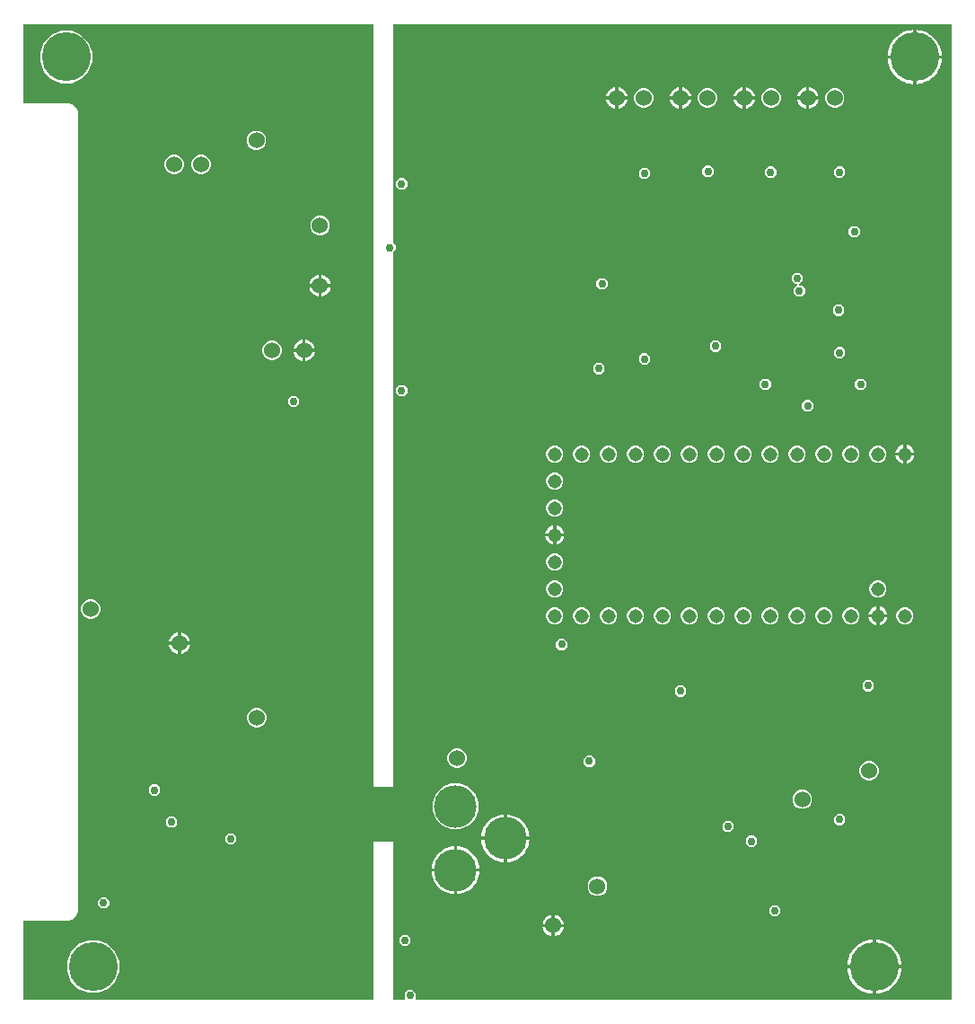
<source format=gbr>
G04 EAGLE Gerber RS-274X export*
G75*
%MOMM*%
%FSLAX34Y34*%
%LPD*%
%INEAGLE Copper Layer 2*%
%IPPOS*%
%AMOC8*
5,1,8,0,0,1.08239X$1,22.5*%
G01*
%ADD10C,4.013200*%
%ADD11C,1.524000*%
%ADD12C,1.308000*%
%ADD13C,4.616000*%
%ADD14C,0.756400*%

G36*
X340020Y10164D02*
X340020Y10164D01*
X340039Y10162D01*
X340141Y10184D01*
X340243Y10200D01*
X340260Y10210D01*
X340280Y10214D01*
X340369Y10267D01*
X340460Y10316D01*
X340474Y10330D01*
X340491Y10340D01*
X340558Y10419D01*
X340630Y10494D01*
X340638Y10512D01*
X340651Y10527D01*
X340690Y10623D01*
X340733Y10717D01*
X340735Y10737D01*
X340743Y10755D01*
X340761Y10922D01*
X340761Y159239D01*
X359239Y159239D01*
X359239Y10922D01*
X359242Y10902D01*
X359240Y10883D01*
X359262Y10781D01*
X359279Y10679D01*
X359288Y10662D01*
X359292Y10642D01*
X359345Y10553D01*
X359394Y10462D01*
X359408Y10448D01*
X359418Y10431D01*
X359497Y10364D01*
X359572Y10292D01*
X359590Y10284D01*
X359605Y10271D01*
X359701Y10232D01*
X359795Y10189D01*
X359815Y10187D01*
X359833Y10179D01*
X360000Y10161D01*
X369439Y10161D01*
X369509Y10172D01*
X369581Y10174D01*
X369630Y10192D01*
X369681Y10200D01*
X369745Y10234D01*
X369812Y10259D01*
X369853Y10291D01*
X369899Y10316D01*
X369948Y10368D01*
X370004Y10412D01*
X370032Y10456D01*
X370068Y10494D01*
X370098Y10559D01*
X370137Y10619D01*
X370150Y10670D01*
X370172Y10717D01*
X370180Y10788D01*
X370197Y10858D01*
X370193Y10910D01*
X370199Y10961D01*
X370184Y11032D01*
X370178Y11103D01*
X370158Y11151D01*
X370147Y11202D01*
X370110Y11263D01*
X370082Y11329D01*
X370037Y11385D01*
X370020Y11413D01*
X370003Y11428D01*
X369977Y11460D01*
X369693Y11744D01*
X369693Y16140D01*
X372802Y19249D01*
X377198Y19249D01*
X380307Y16140D01*
X380307Y11744D01*
X380023Y11460D01*
X379981Y11402D01*
X379932Y11350D01*
X379910Y11303D01*
X379880Y11261D01*
X379858Y11192D01*
X379828Y11127D01*
X379823Y11075D01*
X379807Y11025D01*
X379809Y10954D01*
X379801Y10883D01*
X379812Y10832D01*
X379814Y10780D01*
X379838Y10712D01*
X379853Y10642D01*
X379880Y10597D01*
X379898Y10549D01*
X379943Y10493D01*
X379980Y10431D01*
X380019Y10397D01*
X380052Y10357D01*
X380112Y10318D01*
X380167Y10271D01*
X380215Y10252D01*
X380259Y10224D01*
X380328Y10206D01*
X380395Y10179D01*
X380466Y10171D01*
X380497Y10163D01*
X380520Y10165D01*
X380561Y10161D01*
X885078Y10161D01*
X885098Y10164D01*
X885117Y10162D01*
X885219Y10184D01*
X885321Y10200D01*
X885338Y10210D01*
X885358Y10214D01*
X885447Y10267D01*
X885538Y10316D01*
X885552Y10330D01*
X885569Y10340D01*
X885636Y10419D01*
X885708Y10494D01*
X885716Y10512D01*
X885729Y10527D01*
X885768Y10623D01*
X885811Y10717D01*
X885813Y10737D01*
X885821Y10755D01*
X885839Y10922D01*
X885839Y929078D01*
X885836Y929098D01*
X885838Y929117D01*
X885816Y929219D01*
X885800Y929321D01*
X885790Y929338D01*
X885786Y929358D01*
X885733Y929447D01*
X885684Y929538D01*
X885670Y929552D01*
X885660Y929569D01*
X885581Y929636D01*
X885506Y929708D01*
X885488Y929716D01*
X885473Y929729D01*
X885377Y929768D01*
X885283Y929811D01*
X885263Y929813D01*
X885245Y929821D01*
X885078Y929839D01*
X360000Y929839D01*
X359980Y929836D01*
X359961Y929838D01*
X359859Y929816D01*
X359757Y929800D01*
X359740Y929790D01*
X359720Y929786D01*
X359631Y929733D01*
X359540Y929684D01*
X359526Y929670D01*
X359509Y929660D01*
X359442Y929581D01*
X359371Y929506D01*
X359362Y929488D01*
X359349Y929473D01*
X359310Y929377D01*
X359267Y929283D01*
X359265Y929263D01*
X359257Y929245D01*
X359239Y929078D01*
X359239Y723581D01*
X359254Y723491D01*
X359261Y723400D01*
X359273Y723371D01*
X359279Y723339D01*
X359321Y723258D01*
X359357Y723174D01*
X359383Y723142D01*
X359394Y723121D01*
X359417Y723099D01*
X359462Y723043D01*
X361307Y721198D01*
X361307Y716802D01*
X359462Y714957D01*
X359409Y714883D01*
X359349Y714813D01*
X359337Y714783D01*
X359318Y714757D01*
X359291Y714670D01*
X359257Y714585D01*
X359253Y714544D01*
X359246Y714522D01*
X359247Y714490D01*
X359239Y714419D01*
X359239Y210761D01*
X340761Y210761D01*
X340761Y929078D01*
X340758Y929098D01*
X340760Y929117D01*
X340738Y929219D01*
X340722Y929321D01*
X340712Y929338D01*
X340708Y929358D01*
X340655Y929447D01*
X340606Y929538D01*
X340592Y929552D01*
X340582Y929569D01*
X340503Y929636D01*
X340428Y929708D01*
X340410Y929716D01*
X340395Y929729D01*
X340299Y929768D01*
X340205Y929811D01*
X340185Y929813D01*
X340167Y929821D01*
X340000Y929839D01*
X10922Y929839D01*
X10902Y929836D01*
X10883Y929838D01*
X10781Y929816D01*
X10679Y929800D01*
X10662Y929790D01*
X10642Y929786D01*
X10553Y929733D01*
X10462Y929684D01*
X10448Y929670D01*
X10431Y929660D01*
X10364Y929581D01*
X10292Y929506D01*
X10284Y929488D01*
X10271Y929473D01*
X10232Y929377D01*
X10189Y929283D01*
X10187Y929263D01*
X10179Y929245D01*
X10161Y929078D01*
X10161Y855922D01*
X10164Y855902D01*
X10162Y855883D01*
X10184Y855781D01*
X10200Y855679D01*
X10210Y855662D01*
X10214Y855642D01*
X10267Y855553D01*
X10316Y855462D01*
X10330Y855448D01*
X10340Y855431D01*
X10419Y855364D01*
X10494Y855292D01*
X10512Y855284D01*
X10527Y855271D01*
X10623Y855232D01*
X10717Y855189D01*
X10737Y855187D01*
X10755Y855179D01*
X10922Y855161D01*
X53721Y855161D01*
X57456Y853614D01*
X60314Y850756D01*
X61861Y847021D01*
X61861Y92979D01*
X60314Y89244D01*
X57456Y86386D01*
X53721Y84839D01*
X10922Y84839D01*
X10902Y84836D01*
X10883Y84838D01*
X10781Y84816D01*
X10679Y84800D01*
X10662Y84790D01*
X10642Y84786D01*
X10553Y84733D01*
X10462Y84684D01*
X10448Y84670D01*
X10431Y84660D01*
X10364Y84581D01*
X10292Y84506D01*
X10284Y84488D01*
X10271Y84473D01*
X10232Y84377D01*
X10189Y84283D01*
X10187Y84263D01*
X10179Y84245D01*
X10161Y84078D01*
X10161Y10922D01*
X10164Y10902D01*
X10162Y10883D01*
X10184Y10781D01*
X10200Y10679D01*
X10210Y10662D01*
X10214Y10642D01*
X10267Y10553D01*
X10316Y10462D01*
X10330Y10448D01*
X10340Y10431D01*
X10419Y10364D01*
X10494Y10292D01*
X10512Y10284D01*
X10527Y10271D01*
X10623Y10232D01*
X10717Y10189D01*
X10737Y10187D01*
X10755Y10179D01*
X10922Y10161D01*
X340000Y10161D01*
X340020Y10164D01*
G37*
%LPC*%
G36*
X45906Y873995D02*
X45906Y873995D01*
X36863Y877741D01*
X29941Y884663D01*
X26195Y893706D01*
X26195Y903494D01*
X29941Y912537D01*
X36863Y919459D01*
X45906Y923205D01*
X55694Y923205D01*
X64737Y919459D01*
X71659Y912537D01*
X75405Y903494D01*
X75405Y893706D01*
X71659Y884663D01*
X64737Y877741D01*
X55694Y873995D01*
X45906Y873995D01*
G37*
%LPD*%
%LPC*%
G36*
X71306Y16695D02*
X71306Y16695D01*
X62263Y20441D01*
X55341Y27363D01*
X51595Y36406D01*
X51595Y46194D01*
X55341Y55237D01*
X62263Y62159D01*
X71306Y65905D01*
X81094Y65905D01*
X90137Y62159D01*
X97059Y55237D01*
X100805Y46194D01*
X100805Y36406D01*
X97059Y27363D01*
X90137Y20441D01*
X81094Y16695D01*
X71306Y16695D01*
G37*
%LPD*%
%LPC*%
G36*
X413505Y170609D02*
X413505Y170609D01*
X405570Y173896D01*
X399496Y179970D01*
X396209Y187905D01*
X396209Y196495D01*
X399496Y204430D01*
X405570Y210504D01*
X413505Y213791D01*
X422095Y213791D01*
X430030Y210504D01*
X436104Y204430D01*
X439391Y196495D01*
X439391Y187905D01*
X436104Y179970D01*
X430030Y173896D01*
X422095Y170609D01*
X413505Y170609D01*
G37*
%LPD*%
%LPC*%
G36*
X814323Y42823D02*
X814323Y42823D01*
X814323Y66911D01*
X817099Y66599D01*
X817479Y66512D01*
X819904Y65958D01*
X822620Y65008D01*
X825213Y63759D01*
X827649Y62228D01*
X829899Y60434D01*
X831934Y58399D01*
X833728Y56149D01*
X835259Y53713D01*
X836508Y51120D01*
X837458Y48404D01*
X838099Y45599D01*
X838411Y42823D01*
X814323Y42823D01*
G37*
%LPD*%
%LPC*%
G36*
X852423Y900123D02*
X852423Y900123D01*
X852423Y924211D01*
X855199Y923899D01*
X856159Y923679D01*
X858004Y923258D01*
X860720Y922308D01*
X863313Y921059D01*
X865749Y919528D01*
X867999Y917734D01*
X870034Y915699D01*
X871828Y913449D01*
X873359Y911013D01*
X874608Y908420D01*
X875558Y905704D01*
X876199Y902899D01*
X876511Y900123D01*
X852423Y900123D01*
G37*
%LPD*%
%LPC*%
G36*
X825289Y900123D02*
X825289Y900123D01*
X825601Y902899D01*
X826242Y905704D01*
X827192Y908420D01*
X828441Y911013D01*
X829972Y913449D01*
X831766Y915699D01*
X833801Y917734D01*
X836051Y919528D01*
X838487Y921059D01*
X841080Y922308D01*
X843796Y923258D01*
X846601Y923899D01*
X849377Y924211D01*
X849377Y900123D01*
X825289Y900123D01*
G37*
%LPD*%
%LPC*%
G36*
X852423Y897077D02*
X852423Y897077D01*
X876511Y897077D01*
X876199Y894301D01*
X875558Y891496D01*
X874608Y888780D01*
X873359Y886187D01*
X871828Y883751D01*
X870034Y881501D01*
X867999Y879466D01*
X865749Y877672D01*
X863313Y876141D01*
X860720Y874892D01*
X858004Y873942D01*
X855199Y873301D01*
X852423Y872989D01*
X852423Y897077D01*
G37*
%LPD*%
%LPC*%
G36*
X814323Y39777D02*
X814323Y39777D01*
X838411Y39777D01*
X838099Y37001D01*
X837458Y34196D01*
X836508Y31480D01*
X835259Y28887D01*
X833728Y26451D01*
X831934Y24201D01*
X829899Y22166D01*
X827649Y20372D01*
X825213Y18841D01*
X822620Y17592D01*
X819904Y16642D01*
X817099Y16001D01*
X814323Y15689D01*
X814323Y39777D01*
G37*
%LPD*%
%LPC*%
G36*
X787189Y42823D02*
X787189Y42823D01*
X787501Y45599D01*
X788142Y48404D01*
X789092Y51120D01*
X790341Y53713D01*
X791872Y56149D01*
X793666Y58399D01*
X795701Y60434D01*
X797951Y62228D01*
X800387Y63759D01*
X802980Y65008D01*
X805696Y65958D01*
X808501Y66599D01*
X811277Y66911D01*
X811277Y42823D01*
X787189Y42823D01*
G37*
%LPD*%
%LPC*%
G36*
X846601Y873301D02*
X846601Y873301D01*
X846171Y873400D01*
X843796Y873942D01*
X841080Y874892D01*
X838487Y876141D01*
X836051Y877672D01*
X833801Y879466D01*
X831766Y881501D01*
X829972Y883751D01*
X828441Y886187D01*
X827192Y888780D01*
X826242Y891496D01*
X825601Y894301D01*
X825289Y897077D01*
X849377Y897077D01*
X849377Y872989D01*
X846601Y873301D01*
G37*
%LPD*%
%LPC*%
G36*
X808501Y16001D02*
X808501Y16001D01*
X807491Y16232D01*
X807490Y16232D01*
X805696Y16642D01*
X802980Y17592D01*
X800387Y18841D01*
X797951Y20372D01*
X795701Y22166D01*
X793666Y24201D01*
X791872Y26451D01*
X790341Y28887D01*
X789092Y31480D01*
X788142Y34196D01*
X787501Y37001D01*
X787189Y39777D01*
X811277Y39777D01*
X811277Y15689D01*
X808501Y16001D01*
G37*
%LPD*%
%LPC*%
G36*
X466323Y163723D02*
X466323Y163723D01*
X466323Y184778D01*
X468593Y184522D01*
X468667Y184505D01*
X471068Y183957D01*
X473465Y183119D01*
X475753Y182017D01*
X477903Y180666D01*
X479888Y179083D01*
X481683Y177288D01*
X483266Y175303D01*
X484617Y173153D01*
X485719Y170865D01*
X486557Y168468D01*
X487122Y165993D01*
X487378Y163723D01*
X466323Y163723D01*
G37*
%LPD*%
%LPC*%
G36*
X419323Y133723D02*
X419323Y133723D01*
X419323Y154778D01*
X421593Y154522D01*
X423639Y154055D01*
X424068Y153957D01*
X426465Y153119D01*
X428753Y152017D01*
X430903Y150666D01*
X432888Y149083D01*
X434683Y147288D01*
X436266Y145303D01*
X437617Y143153D01*
X438719Y140865D01*
X439557Y138468D01*
X440122Y135993D01*
X440378Y133723D01*
X419323Y133723D01*
G37*
%LPD*%
%LPC*%
G36*
X442222Y163723D02*
X442222Y163723D01*
X442478Y165993D01*
X443043Y168468D01*
X443881Y170865D01*
X444983Y173153D01*
X446334Y175303D01*
X447917Y177288D01*
X449712Y179083D01*
X451697Y180666D01*
X453847Y182017D01*
X456135Y183119D01*
X458532Y183957D01*
X461007Y184522D01*
X463277Y184778D01*
X463277Y163723D01*
X442222Y163723D01*
G37*
%LPD*%
%LPC*%
G36*
X395222Y133723D02*
X395222Y133723D01*
X395478Y135993D01*
X396043Y138468D01*
X396881Y140865D01*
X397983Y143153D01*
X399334Y145303D01*
X400917Y147288D01*
X402712Y149083D01*
X404697Y150666D01*
X406847Y152017D01*
X409135Y153119D01*
X411532Y153957D01*
X414007Y154522D01*
X416277Y154778D01*
X416277Y133723D01*
X395222Y133723D01*
G37*
%LPD*%
%LPC*%
G36*
X419323Y130677D02*
X419323Y130677D01*
X440378Y130677D01*
X440122Y128407D01*
X439557Y125932D01*
X438719Y123535D01*
X437617Y121247D01*
X436266Y119097D01*
X434683Y117112D01*
X432888Y115317D01*
X430903Y113734D01*
X428753Y112383D01*
X426465Y111281D01*
X424068Y110443D01*
X421593Y109878D01*
X419323Y109622D01*
X419323Y130677D01*
G37*
%LPD*%
%LPC*%
G36*
X466323Y160677D02*
X466323Y160677D01*
X487378Y160677D01*
X487122Y158407D01*
X486557Y155932D01*
X485719Y153535D01*
X484617Y151247D01*
X483266Y149097D01*
X481683Y147112D01*
X479888Y145317D01*
X477903Y143734D01*
X475753Y142383D01*
X473465Y141281D01*
X471068Y140443D01*
X468593Y139878D01*
X466323Y139622D01*
X466323Y160677D01*
G37*
%LPD*%
%LPC*%
G36*
X461007Y139878D02*
X461007Y139878D01*
X459086Y140316D01*
X458532Y140443D01*
X456135Y141281D01*
X453847Y142383D01*
X451697Y143734D01*
X449712Y145317D01*
X447917Y147112D01*
X446334Y149097D01*
X444983Y151247D01*
X443881Y153535D01*
X443043Y155932D01*
X442478Y158407D01*
X442222Y160677D01*
X463277Y160677D01*
X463277Y139622D01*
X461007Y139878D01*
G37*
%LPD*%
%LPC*%
G36*
X414007Y109878D02*
X414007Y109878D01*
X411532Y110443D01*
X409135Y111281D01*
X406847Y112383D01*
X404697Y113734D01*
X402712Y115317D01*
X400917Y117112D01*
X399334Y119097D01*
X397983Y121247D01*
X396881Y123535D01*
X396043Y125932D01*
X395478Y128407D01*
X395222Y130677D01*
X416277Y130677D01*
X416277Y109622D01*
X414007Y109878D01*
G37*
%LPD*%
%LPC*%
G36*
X243181Y612855D02*
X243181Y612855D01*
X239820Y614247D01*
X237247Y616820D01*
X235855Y620181D01*
X235855Y623819D01*
X237247Y627180D01*
X239820Y629753D01*
X243181Y631145D01*
X246819Y631145D01*
X250180Y629753D01*
X252753Y627180D01*
X254145Y623819D01*
X254145Y620181D01*
X252753Y616820D01*
X250180Y614247D01*
X246819Y612855D01*
X243181Y612855D01*
G37*
%LPD*%
%LPC*%
G36*
X71781Y368955D02*
X71781Y368955D01*
X68420Y370347D01*
X65847Y372920D01*
X64455Y376281D01*
X64455Y379919D01*
X65847Y383280D01*
X68420Y385853D01*
X71781Y387245D01*
X75419Y387245D01*
X78780Y385853D01*
X81353Y383280D01*
X82745Y379919D01*
X82745Y376281D01*
X81353Y372920D01*
X78780Y370347D01*
X75419Y368955D01*
X71781Y368955D01*
G37*
%LPD*%
%LPC*%
G36*
X549881Y107955D02*
X549881Y107955D01*
X546520Y109347D01*
X543947Y111920D01*
X542555Y115281D01*
X542555Y118919D01*
X543947Y122280D01*
X546520Y124853D01*
X549881Y126245D01*
X553519Y126245D01*
X556880Y124853D01*
X559453Y122280D01*
X560845Y118919D01*
X560845Y115281D01*
X559453Y111920D01*
X556880Y109347D01*
X553519Y107955D01*
X549881Y107955D01*
G37*
%LPD*%
%LPC*%
G36*
X288181Y730855D02*
X288181Y730855D01*
X284820Y732247D01*
X282247Y734820D01*
X280855Y738181D01*
X280855Y741819D01*
X282247Y745180D01*
X284820Y747753D01*
X288181Y749145D01*
X291819Y749145D01*
X295180Y747753D01*
X297753Y745180D01*
X299145Y741819D01*
X299145Y738181D01*
X297753Y734820D01*
X295180Y732247D01*
X291819Y730855D01*
X288181Y730855D01*
G37*
%LPD*%
%LPC*%
G36*
X175881Y788155D02*
X175881Y788155D01*
X172520Y789547D01*
X169947Y792120D01*
X168555Y795481D01*
X168555Y799119D01*
X169947Y802480D01*
X172520Y805053D01*
X175881Y806445D01*
X179519Y806445D01*
X182880Y805053D01*
X185453Y802480D01*
X186845Y799119D01*
X186845Y795481D01*
X185453Y792120D01*
X182880Y789547D01*
X179519Y788155D01*
X175881Y788155D01*
G37*
%LPD*%
%LPC*%
G36*
X150481Y788155D02*
X150481Y788155D01*
X147120Y789547D01*
X144547Y792120D01*
X143155Y795481D01*
X143155Y799119D01*
X144547Y802480D01*
X147120Y805053D01*
X150481Y806445D01*
X154119Y806445D01*
X157480Y805053D01*
X160053Y802480D01*
X161445Y799119D01*
X161445Y795481D01*
X160053Y792120D01*
X157480Y789547D01*
X154119Y788155D01*
X150481Y788155D01*
G37*
%LPD*%
%LPC*%
G36*
X228181Y810855D02*
X228181Y810855D01*
X224820Y812247D01*
X222247Y814820D01*
X220855Y818181D01*
X220855Y821819D01*
X222247Y825180D01*
X224820Y827753D01*
X228181Y829145D01*
X231819Y829145D01*
X235180Y827753D01*
X237753Y825180D01*
X239145Y821819D01*
X239145Y818181D01*
X237753Y814820D01*
X235180Y812247D01*
X231819Y810855D01*
X228181Y810855D01*
G37*
%LPD*%
%LPC*%
G36*
X713581Y850855D02*
X713581Y850855D01*
X710220Y852247D01*
X707647Y854820D01*
X706255Y858181D01*
X706255Y861819D01*
X707647Y865180D01*
X710220Y867753D01*
X713581Y869145D01*
X717219Y869145D01*
X720580Y867753D01*
X723153Y865180D01*
X724545Y861819D01*
X724545Y858181D01*
X723153Y854820D01*
X720580Y852247D01*
X717219Y850855D01*
X713581Y850855D01*
G37*
%LPD*%
%LPC*%
G36*
X653581Y850855D02*
X653581Y850855D01*
X650220Y852247D01*
X647647Y854820D01*
X646255Y858181D01*
X646255Y861819D01*
X647647Y865180D01*
X650220Y867753D01*
X653581Y869145D01*
X657219Y869145D01*
X660580Y867753D01*
X663153Y865180D01*
X664545Y861819D01*
X664545Y858181D01*
X663153Y854820D01*
X660580Y852247D01*
X657219Y850855D01*
X653581Y850855D01*
G37*
%LPD*%
%LPC*%
G36*
X593581Y850855D02*
X593581Y850855D01*
X590220Y852247D01*
X587647Y854820D01*
X586255Y858181D01*
X586255Y861819D01*
X587647Y865180D01*
X590220Y867753D01*
X593581Y869145D01*
X597219Y869145D01*
X600580Y867753D01*
X603153Y865180D01*
X604545Y861819D01*
X604545Y858181D01*
X603153Y854820D01*
X600580Y852247D01*
X597219Y850855D01*
X593581Y850855D01*
G37*
%LPD*%
%LPC*%
G36*
X228681Y266955D02*
X228681Y266955D01*
X225320Y268347D01*
X222747Y270920D01*
X221355Y274281D01*
X221355Y277919D01*
X222747Y281280D01*
X225320Y283853D01*
X228681Y285245D01*
X232319Y285245D01*
X235680Y283853D01*
X238253Y281280D01*
X239645Y277919D01*
X239645Y274281D01*
X238253Y270920D01*
X235680Y268347D01*
X232319Y266955D01*
X228681Y266955D01*
G37*
%LPD*%
%LPC*%
G36*
X417181Y228855D02*
X417181Y228855D01*
X413820Y230247D01*
X411247Y232820D01*
X409855Y236181D01*
X409855Y239819D01*
X411247Y243180D01*
X413820Y245753D01*
X417181Y247145D01*
X420819Y247145D01*
X424180Y245753D01*
X426753Y243180D01*
X428145Y239819D01*
X428145Y236181D01*
X426753Y232820D01*
X424180Y230247D01*
X420819Y228855D01*
X417181Y228855D01*
G37*
%LPD*%
%LPC*%
G36*
X773581Y850855D02*
X773581Y850855D01*
X770220Y852247D01*
X767647Y854820D01*
X766255Y858181D01*
X766255Y861819D01*
X767647Y865180D01*
X770220Y867753D01*
X773581Y869145D01*
X777219Y869145D01*
X780580Y867753D01*
X783153Y865180D01*
X784545Y861819D01*
X784545Y858181D01*
X783153Y854820D01*
X780580Y852247D01*
X777219Y850855D01*
X773581Y850855D01*
G37*
%LPD*%
%LPC*%
G36*
X806081Y216955D02*
X806081Y216955D01*
X802720Y218347D01*
X800147Y220920D01*
X798755Y224281D01*
X798755Y227919D01*
X800147Y231280D01*
X802720Y233853D01*
X806081Y235245D01*
X809719Y235245D01*
X813080Y233853D01*
X815653Y231280D01*
X817045Y227919D01*
X817045Y224281D01*
X815653Y220920D01*
X813080Y218347D01*
X809719Y216955D01*
X806081Y216955D01*
G37*
%LPD*%
%LPC*%
G36*
X742981Y189955D02*
X742981Y189955D01*
X739620Y191347D01*
X737047Y193920D01*
X735655Y197281D01*
X735655Y200919D01*
X737047Y204280D01*
X739620Y206853D01*
X742981Y208245D01*
X746619Y208245D01*
X749980Y206853D01*
X752553Y204280D01*
X753945Y200919D01*
X753945Y197281D01*
X752553Y193920D01*
X749980Y191347D01*
X746619Y189955D01*
X742981Y189955D01*
G37*
%LPD*%
%LPC*%
G36*
X509796Y490835D02*
X509796Y490835D01*
X506832Y492063D01*
X504563Y494332D01*
X503335Y497296D01*
X503335Y500504D01*
X504563Y503468D01*
X506832Y505737D01*
X509796Y506965D01*
X513004Y506965D01*
X515968Y505737D01*
X518237Y503468D01*
X519465Y500504D01*
X519465Y497296D01*
X518237Y494332D01*
X515968Y492063D01*
X513004Y490835D01*
X509796Y490835D01*
G37*
%LPD*%
%LPC*%
G36*
X738396Y516235D02*
X738396Y516235D01*
X735432Y517463D01*
X733163Y519732D01*
X731935Y522696D01*
X731935Y525904D01*
X733163Y528868D01*
X735432Y531137D01*
X738396Y532365D01*
X741604Y532365D01*
X744568Y531137D01*
X746837Y528868D01*
X748065Y525904D01*
X748065Y522696D01*
X746837Y519732D01*
X744568Y517463D01*
X741604Y516235D01*
X738396Y516235D01*
G37*
%LPD*%
%LPC*%
G36*
X509796Y389235D02*
X509796Y389235D01*
X506832Y390463D01*
X504563Y392732D01*
X503335Y395696D01*
X503335Y398904D01*
X504563Y401868D01*
X506832Y404137D01*
X509796Y405365D01*
X513004Y405365D01*
X515968Y404137D01*
X518237Y401868D01*
X519465Y398904D01*
X519465Y395696D01*
X518237Y392732D01*
X515968Y390463D01*
X513004Y389235D01*
X509796Y389235D01*
G37*
%LPD*%
%LPC*%
G36*
X814596Y389235D02*
X814596Y389235D01*
X811632Y390463D01*
X809363Y392732D01*
X808135Y395696D01*
X808135Y398904D01*
X809363Y401868D01*
X811632Y404137D01*
X814596Y405365D01*
X817804Y405365D01*
X820768Y404137D01*
X823037Y401868D01*
X824265Y398904D01*
X824265Y395696D01*
X823037Y392732D01*
X820768Y390463D01*
X817804Y389235D01*
X814596Y389235D01*
G37*
%LPD*%
%LPC*%
G36*
X509796Y414635D02*
X509796Y414635D01*
X506832Y415863D01*
X504563Y418132D01*
X503335Y421096D01*
X503335Y424304D01*
X504563Y427268D01*
X506832Y429537D01*
X509796Y430765D01*
X513004Y430765D01*
X515968Y429537D01*
X518237Y427268D01*
X519465Y424304D01*
X519465Y421096D01*
X518237Y418132D01*
X515968Y415863D01*
X513004Y414635D01*
X509796Y414635D01*
G37*
%LPD*%
%LPC*%
G36*
X636796Y516235D02*
X636796Y516235D01*
X633832Y517463D01*
X631563Y519732D01*
X630335Y522696D01*
X630335Y525904D01*
X631563Y528868D01*
X633832Y531137D01*
X636796Y532365D01*
X640004Y532365D01*
X642968Y531137D01*
X645237Y528868D01*
X646465Y525904D01*
X646465Y522696D01*
X645237Y519732D01*
X642968Y517463D01*
X640004Y516235D01*
X636796Y516235D01*
G37*
%LPD*%
%LPC*%
G36*
X662196Y516235D02*
X662196Y516235D01*
X659232Y517463D01*
X656963Y519732D01*
X655735Y522696D01*
X655735Y525904D01*
X656963Y528868D01*
X659232Y531137D01*
X662196Y532365D01*
X665404Y532365D01*
X668368Y531137D01*
X670637Y528868D01*
X671865Y525904D01*
X671865Y522696D01*
X670637Y519732D01*
X668368Y517463D01*
X665404Y516235D01*
X662196Y516235D01*
G37*
%LPD*%
%LPC*%
G36*
X509796Y465435D02*
X509796Y465435D01*
X506832Y466663D01*
X504563Y468932D01*
X503335Y471896D01*
X503335Y475104D01*
X504563Y478068D01*
X506832Y480337D01*
X509796Y481565D01*
X513004Y481565D01*
X515968Y480337D01*
X518237Y478068D01*
X519465Y475104D01*
X519465Y471896D01*
X518237Y468932D01*
X515968Y466663D01*
X513004Y465435D01*
X509796Y465435D01*
G37*
%LPD*%
%LPC*%
G36*
X611396Y516235D02*
X611396Y516235D01*
X608432Y517463D01*
X606163Y519732D01*
X604935Y522696D01*
X604935Y525904D01*
X606163Y528868D01*
X608432Y531137D01*
X611396Y532365D01*
X614604Y532365D01*
X617568Y531137D01*
X619837Y528868D01*
X621065Y525904D01*
X621065Y522696D01*
X619837Y519732D01*
X617568Y517463D01*
X614604Y516235D01*
X611396Y516235D01*
G37*
%LPD*%
%LPC*%
G36*
X789196Y516235D02*
X789196Y516235D01*
X786232Y517463D01*
X783963Y519732D01*
X782735Y522696D01*
X782735Y525904D01*
X783963Y528868D01*
X786232Y531137D01*
X789196Y532365D01*
X792404Y532365D01*
X795368Y531137D01*
X797637Y528868D01*
X798865Y525904D01*
X798865Y522696D01*
X797637Y519732D01*
X795368Y517463D01*
X792404Y516235D01*
X789196Y516235D01*
G37*
%LPD*%
%LPC*%
G36*
X814596Y516235D02*
X814596Y516235D01*
X811632Y517463D01*
X809363Y519732D01*
X808135Y522696D01*
X808135Y525904D01*
X809363Y528868D01*
X811632Y531137D01*
X814596Y532365D01*
X817804Y532365D01*
X820768Y531137D01*
X823037Y528868D01*
X824265Y525904D01*
X824265Y522696D01*
X823037Y519732D01*
X820768Y517463D01*
X817804Y516235D01*
X814596Y516235D01*
G37*
%LPD*%
%LPC*%
G36*
X763796Y516235D02*
X763796Y516235D01*
X760832Y517463D01*
X758563Y519732D01*
X757335Y522696D01*
X757335Y525904D01*
X758563Y528868D01*
X760832Y531137D01*
X763796Y532365D01*
X767004Y532365D01*
X769968Y531137D01*
X772237Y528868D01*
X773465Y525904D01*
X773465Y522696D01*
X772237Y519732D01*
X769968Y517463D01*
X767004Y516235D01*
X763796Y516235D01*
G37*
%LPD*%
%LPC*%
G36*
X687596Y516235D02*
X687596Y516235D01*
X684632Y517463D01*
X682363Y519732D01*
X681135Y522696D01*
X681135Y525904D01*
X682363Y528868D01*
X684632Y531137D01*
X687596Y532365D01*
X690804Y532365D01*
X693768Y531137D01*
X696037Y528868D01*
X697265Y525904D01*
X697265Y522696D01*
X696037Y519732D01*
X693768Y517463D01*
X690804Y516235D01*
X687596Y516235D01*
G37*
%LPD*%
%LPC*%
G36*
X509796Y516235D02*
X509796Y516235D01*
X506832Y517463D01*
X504563Y519732D01*
X503335Y522696D01*
X503335Y525904D01*
X504563Y528868D01*
X506832Y531137D01*
X509796Y532365D01*
X513004Y532365D01*
X515968Y531137D01*
X518237Y528868D01*
X519465Y525904D01*
X519465Y522696D01*
X518237Y519732D01*
X515968Y517463D01*
X513004Y516235D01*
X509796Y516235D01*
G37*
%LPD*%
%LPC*%
G36*
X712996Y516235D02*
X712996Y516235D01*
X710032Y517463D01*
X707763Y519732D01*
X706535Y522696D01*
X706535Y525904D01*
X707763Y528868D01*
X710032Y531137D01*
X712996Y532365D01*
X716204Y532365D01*
X719168Y531137D01*
X721437Y528868D01*
X722665Y525904D01*
X722665Y522696D01*
X721437Y519732D01*
X719168Y517463D01*
X716204Y516235D01*
X712996Y516235D01*
G37*
%LPD*%
%LPC*%
G36*
X535196Y516235D02*
X535196Y516235D01*
X532232Y517463D01*
X529963Y519732D01*
X528735Y522696D01*
X528735Y525904D01*
X529963Y528868D01*
X532232Y531137D01*
X535196Y532365D01*
X538404Y532365D01*
X541368Y531137D01*
X543637Y528868D01*
X544865Y525904D01*
X544865Y522696D01*
X543637Y519732D01*
X541368Y517463D01*
X538404Y516235D01*
X535196Y516235D01*
G37*
%LPD*%
%LPC*%
G36*
X560596Y516235D02*
X560596Y516235D01*
X557632Y517463D01*
X555363Y519732D01*
X554135Y522696D01*
X554135Y525904D01*
X555363Y528868D01*
X557632Y531137D01*
X560596Y532365D01*
X563804Y532365D01*
X566768Y531137D01*
X569037Y528868D01*
X570265Y525904D01*
X570265Y522696D01*
X569037Y519732D01*
X566768Y517463D01*
X563804Y516235D01*
X560596Y516235D01*
G37*
%LPD*%
%LPC*%
G36*
X585996Y516235D02*
X585996Y516235D01*
X583032Y517463D01*
X580763Y519732D01*
X579535Y522696D01*
X579535Y525904D01*
X580763Y528868D01*
X583032Y531137D01*
X585996Y532365D01*
X589204Y532365D01*
X592168Y531137D01*
X594437Y528868D01*
X595665Y525904D01*
X595665Y522696D01*
X594437Y519732D01*
X592168Y517463D01*
X589204Y516235D01*
X585996Y516235D01*
G37*
%LPD*%
%LPC*%
G36*
X509796Y363835D02*
X509796Y363835D01*
X506832Y365063D01*
X504563Y367332D01*
X503335Y370296D01*
X503335Y373504D01*
X504563Y376468D01*
X506832Y378737D01*
X509796Y379965D01*
X513004Y379965D01*
X515968Y378737D01*
X518237Y376468D01*
X519465Y373504D01*
X519465Y370296D01*
X518237Y367332D01*
X515968Y365063D01*
X513004Y363835D01*
X509796Y363835D01*
G37*
%LPD*%
%LPC*%
G36*
X585996Y363835D02*
X585996Y363835D01*
X583032Y365063D01*
X580763Y367332D01*
X579535Y370296D01*
X579535Y373504D01*
X580763Y376468D01*
X583032Y378737D01*
X585996Y379965D01*
X589204Y379965D01*
X592168Y378737D01*
X594437Y376468D01*
X595665Y373504D01*
X595665Y370296D01*
X594437Y367332D01*
X592168Y365063D01*
X589204Y363835D01*
X585996Y363835D01*
G37*
%LPD*%
%LPC*%
G36*
X636796Y363835D02*
X636796Y363835D01*
X633832Y365063D01*
X631563Y367332D01*
X630335Y370296D01*
X630335Y373504D01*
X631563Y376468D01*
X633832Y378737D01*
X636796Y379965D01*
X640004Y379965D01*
X642968Y378737D01*
X645237Y376468D01*
X646465Y373504D01*
X646465Y370296D01*
X645237Y367332D01*
X642968Y365063D01*
X640004Y363835D01*
X636796Y363835D01*
G37*
%LPD*%
%LPC*%
G36*
X662196Y363835D02*
X662196Y363835D01*
X659232Y365063D01*
X656963Y367332D01*
X655735Y370296D01*
X655735Y373504D01*
X656963Y376468D01*
X659232Y378737D01*
X662196Y379965D01*
X665404Y379965D01*
X668368Y378737D01*
X670637Y376468D01*
X671865Y373504D01*
X671865Y370296D01*
X670637Y367332D01*
X668368Y365063D01*
X665404Y363835D01*
X662196Y363835D01*
G37*
%LPD*%
%LPC*%
G36*
X687596Y363835D02*
X687596Y363835D01*
X684632Y365063D01*
X682363Y367332D01*
X681135Y370296D01*
X681135Y373504D01*
X682363Y376468D01*
X684632Y378737D01*
X687596Y379965D01*
X690804Y379965D01*
X693768Y378737D01*
X696037Y376468D01*
X697265Y373504D01*
X697265Y370296D01*
X696037Y367332D01*
X693768Y365063D01*
X690804Y363835D01*
X687596Y363835D01*
G37*
%LPD*%
%LPC*%
G36*
X712996Y363835D02*
X712996Y363835D01*
X710032Y365063D01*
X707763Y367332D01*
X706535Y370296D01*
X706535Y373504D01*
X707763Y376468D01*
X710032Y378737D01*
X712996Y379965D01*
X716204Y379965D01*
X719168Y378737D01*
X721437Y376468D01*
X722665Y373504D01*
X722665Y370296D01*
X721437Y367332D01*
X719168Y365063D01*
X716204Y363835D01*
X712996Y363835D01*
G37*
%LPD*%
%LPC*%
G36*
X560596Y363835D02*
X560596Y363835D01*
X557632Y365063D01*
X555363Y367332D01*
X554135Y370296D01*
X554135Y373504D01*
X555363Y376468D01*
X557632Y378737D01*
X560596Y379965D01*
X563804Y379965D01*
X566768Y378737D01*
X569037Y376468D01*
X570265Y373504D01*
X570265Y370296D01*
X569037Y367332D01*
X566768Y365063D01*
X563804Y363835D01*
X560596Y363835D01*
G37*
%LPD*%
%LPC*%
G36*
X763796Y363835D02*
X763796Y363835D01*
X760832Y365063D01*
X758563Y367332D01*
X757335Y370296D01*
X757335Y373504D01*
X758563Y376468D01*
X760832Y378737D01*
X763796Y379965D01*
X767004Y379965D01*
X769968Y378737D01*
X772237Y376468D01*
X773465Y373504D01*
X773465Y370296D01*
X772237Y367332D01*
X769968Y365063D01*
X767004Y363835D01*
X763796Y363835D01*
G37*
%LPD*%
%LPC*%
G36*
X789196Y363835D02*
X789196Y363835D01*
X786232Y365063D01*
X783963Y367332D01*
X782735Y370296D01*
X782735Y373504D01*
X783963Y376468D01*
X786232Y378737D01*
X789196Y379965D01*
X792404Y379965D01*
X795368Y378737D01*
X797637Y376468D01*
X798865Y373504D01*
X798865Y370296D01*
X797637Y367332D01*
X795368Y365063D01*
X792404Y363835D01*
X789196Y363835D01*
G37*
%LPD*%
%LPC*%
G36*
X611396Y363835D02*
X611396Y363835D01*
X608432Y365063D01*
X606163Y367332D01*
X604935Y370296D01*
X604935Y373504D01*
X606163Y376468D01*
X608432Y378737D01*
X611396Y379965D01*
X614604Y379965D01*
X617568Y378737D01*
X619837Y376468D01*
X621065Y373504D01*
X621065Y370296D01*
X619837Y367332D01*
X617568Y365063D01*
X614604Y363835D01*
X611396Y363835D01*
G37*
%LPD*%
%LPC*%
G36*
X839996Y363835D02*
X839996Y363835D01*
X837032Y365063D01*
X834763Y367332D01*
X833535Y370296D01*
X833535Y373504D01*
X834763Y376468D01*
X837032Y378737D01*
X839996Y379965D01*
X843204Y379965D01*
X846168Y378737D01*
X848437Y376468D01*
X849665Y373504D01*
X849665Y370296D01*
X848437Y367332D01*
X846168Y365063D01*
X843204Y363835D01*
X839996Y363835D01*
G37*
%LPD*%
%LPC*%
G36*
X535196Y363835D02*
X535196Y363835D01*
X532232Y365063D01*
X529963Y367332D01*
X528735Y370296D01*
X528735Y373504D01*
X529963Y376468D01*
X532232Y378737D01*
X535196Y379965D01*
X538404Y379965D01*
X541368Y378737D01*
X543637Y376468D01*
X544865Y373504D01*
X544865Y370296D01*
X543637Y367332D01*
X541368Y365063D01*
X538404Y363835D01*
X535196Y363835D01*
G37*
%LPD*%
%LPC*%
G36*
X738396Y363835D02*
X738396Y363835D01*
X735432Y365063D01*
X733163Y367332D01*
X731935Y370296D01*
X731935Y373504D01*
X733163Y376468D01*
X735432Y378737D01*
X738396Y379965D01*
X741604Y379965D01*
X744568Y378737D01*
X746837Y376468D01*
X748065Y373504D01*
X748065Y370296D01*
X746837Y367332D01*
X744568Y365063D01*
X741604Y363835D01*
X738396Y363835D01*
G37*
%LPD*%
%LPC*%
G36*
X739802Y672693D02*
X739802Y672693D01*
X736693Y675802D01*
X736693Y680198D01*
X739889Y683394D01*
X739931Y683452D01*
X739980Y683504D01*
X740002Y683551D01*
X740032Y683593D01*
X740054Y683662D01*
X740084Y683727D01*
X740089Y683779D01*
X740105Y683829D01*
X740103Y683900D01*
X740111Y683971D01*
X740100Y684022D01*
X740098Y684074D01*
X740074Y684142D01*
X740059Y684212D01*
X740032Y684257D01*
X740014Y684305D01*
X739969Y684361D01*
X739932Y684423D01*
X739893Y684457D01*
X739860Y684497D01*
X739800Y684536D01*
X739745Y684583D01*
X739697Y684602D01*
X739653Y684630D01*
X739584Y684648D01*
X739517Y684675D01*
X739446Y684683D01*
X739415Y684691D01*
X739392Y684689D01*
X739351Y684693D01*
X737802Y684693D01*
X734693Y687802D01*
X734693Y692198D01*
X737802Y695307D01*
X742198Y695307D01*
X745307Y692198D01*
X745307Y687802D01*
X742111Y684606D01*
X742069Y684548D01*
X742020Y684496D01*
X741998Y684449D01*
X741968Y684407D01*
X741946Y684338D01*
X741916Y684273D01*
X741911Y684221D01*
X741895Y684171D01*
X741897Y684100D01*
X741889Y684029D01*
X741900Y683978D01*
X741902Y683926D01*
X741926Y683858D01*
X741941Y683788D01*
X741968Y683743D01*
X741986Y683695D01*
X742031Y683639D01*
X742068Y683577D01*
X742107Y683543D01*
X742140Y683503D01*
X742200Y683464D01*
X742255Y683417D01*
X742303Y683398D01*
X742347Y683370D01*
X742416Y683352D01*
X742483Y683325D01*
X742554Y683317D01*
X742585Y683309D01*
X742608Y683311D01*
X742649Y683307D01*
X744198Y683307D01*
X747307Y680198D01*
X747307Y675802D01*
X744198Y672693D01*
X739802Y672693D01*
G37*
%LPD*%
%LPC*%
G36*
X147767Y172219D02*
X147767Y172219D01*
X144658Y175328D01*
X144658Y179724D01*
X147767Y182833D01*
X152163Y182833D01*
X155272Y179724D01*
X155272Y175328D01*
X152163Y172219D01*
X147767Y172219D01*
G37*
%LPD*%
%LPC*%
G36*
X777802Y174693D02*
X777802Y174693D01*
X774693Y177802D01*
X774693Y182198D01*
X777802Y185307D01*
X782198Y185307D01*
X785307Y182198D01*
X785307Y177802D01*
X782198Y174693D01*
X777802Y174693D01*
G37*
%LPD*%
%LPC*%
G36*
X131630Y202357D02*
X131630Y202357D01*
X128522Y205466D01*
X128522Y209862D01*
X131630Y212971D01*
X136027Y212971D01*
X139135Y209862D01*
X139135Y205466D01*
X136027Y202357D01*
X131630Y202357D01*
G37*
%LPD*%
%LPC*%
G36*
X541802Y229693D02*
X541802Y229693D01*
X538693Y232802D01*
X538693Y237198D01*
X541802Y240307D01*
X546198Y240307D01*
X549307Y237198D01*
X549307Y232802D01*
X546198Y229693D01*
X541802Y229693D01*
G37*
%LPD*%
%LPC*%
G36*
X627802Y295693D02*
X627802Y295693D01*
X624693Y298802D01*
X624693Y303198D01*
X627802Y306307D01*
X632198Y306307D01*
X635307Y303198D01*
X635307Y298802D01*
X632198Y295693D01*
X627802Y295693D01*
G37*
%LPD*%
%LPC*%
G36*
X804802Y300693D02*
X804802Y300693D01*
X801693Y303802D01*
X801693Y308198D01*
X804802Y311307D01*
X809198Y311307D01*
X812307Y308198D01*
X812307Y303802D01*
X809198Y300693D01*
X804802Y300693D01*
G37*
%LPD*%
%LPC*%
G36*
X672553Y168117D02*
X672553Y168117D01*
X669444Y171226D01*
X669444Y175622D01*
X672553Y178731D01*
X676949Y178731D01*
X680058Y175622D01*
X680058Y171226D01*
X676949Y168117D01*
X672553Y168117D01*
G37*
%LPD*%
%LPC*%
G36*
X515802Y339693D02*
X515802Y339693D01*
X512693Y342802D01*
X512693Y347198D01*
X515802Y350307D01*
X520198Y350307D01*
X523307Y347198D01*
X523307Y342802D01*
X520198Y339693D01*
X515802Y339693D01*
G37*
%LPD*%
%LPC*%
G36*
X203746Y156395D02*
X203746Y156395D01*
X200637Y159504D01*
X200637Y163900D01*
X203746Y167008D01*
X208142Y167008D01*
X211251Y163900D01*
X211251Y159504D01*
X208142Y156395D01*
X203746Y156395D01*
G37*
%LPD*%
%LPC*%
G36*
X694802Y153949D02*
X694802Y153949D01*
X691693Y157058D01*
X691693Y161454D01*
X694802Y164563D01*
X699198Y164563D01*
X702307Y161454D01*
X702307Y157058D01*
X699198Y153949D01*
X694802Y153949D01*
G37*
%LPD*%
%LPC*%
G36*
X716802Y88693D02*
X716802Y88693D01*
X713693Y91802D01*
X713693Y96198D01*
X716802Y99307D01*
X721198Y99307D01*
X724307Y96198D01*
X724307Y91802D01*
X721198Y88693D01*
X716802Y88693D01*
G37*
%LPD*%
%LPC*%
G36*
X83802Y95967D02*
X83802Y95967D01*
X80693Y99076D01*
X80693Y103472D01*
X83802Y106581D01*
X88198Y106581D01*
X91307Y103472D01*
X91307Y99076D01*
X88198Y95967D01*
X83802Y95967D01*
G37*
%LPD*%
%LPC*%
G36*
X593802Y608693D02*
X593802Y608693D01*
X590693Y611802D01*
X590693Y616198D01*
X593802Y619307D01*
X598198Y619307D01*
X601307Y616198D01*
X601307Y611802D01*
X598198Y608693D01*
X593802Y608693D01*
G37*
%LPD*%
%LPC*%
G36*
X367802Y60693D02*
X367802Y60693D01*
X364693Y63802D01*
X364693Y68198D01*
X367802Y71307D01*
X372198Y71307D01*
X375307Y68198D01*
X375307Y63802D01*
X372198Y60693D01*
X367802Y60693D01*
G37*
%LPD*%
%LPC*%
G36*
X553802Y679693D02*
X553802Y679693D01*
X550693Y682802D01*
X550693Y687198D01*
X553802Y690307D01*
X558198Y690307D01*
X561307Y687198D01*
X561307Y682802D01*
X558198Y679693D01*
X553802Y679693D01*
G37*
%LPD*%
%LPC*%
G36*
X776802Y654693D02*
X776802Y654693D01*
X773693Y657802D01*
X773693Y662198D01*
X776802Y665307D01*
X781198Y665307D01*
X784307Y662198D01*
X784307Y657802D01*
X781198Y654693D01*
X776802Y654693D01*
G37*
%LPD*%
%LPC*%
G36*
X791802Y728693D02*
X791802Y728693D01*
X788693Y731802D01*
X788693Y736198D01*
X791802Y739307D01*
X796198Y739307D01*
X799307Y736198D01*
X799307Y731802D01*
X796198Y728693D01*
X791802Y728693D01*
G37*
%LPD*%
%LPC*%
G36*
X660802Y620693D02*
X660802Y620693D01*
X657693Y623802D01*
X657693Y628198D01*
X660802Y631307D01*
X665198Y631307D01*
X668307Y628198D01*
X668307Y623802D01*
X665198Y620693D01*
X660802Y620693D01*
G37*
%LPD*%
%LPC*%
G36*
X777802Y614693D02*
X777802Y614693D01*
X774693Y617802D01*
X774693Y622198D01*
X777802Y625307D01*
X782198Y625307D01*
X785307Y622198D01*
X785307Y617802D01*
X782198Y614693D01*
X777802Y614693D01*
G37*
%LPD*%
%LPC*%
G36*
X364802Y773781D02*
X364802Y773781D01*
X361693Y776890D01*
X361693Y781286D01*
X364802Y784395D01*
X369198Y784395D01*
X372307Y781286D01*
X372307Y776890D01*
X369198Y773781D01*
X364802Y773781D01*
G37*
%LPD*%
%LPC*%
G36*
X593802Y783693D02*
X593802Y783693D01*
X590693Y786802D01*
X590693Y791198D01*
X593802Y794307D01*
X598198Y794307D01*
X601307Y791198D01*
X601307Y786802D01*
X598198Y783693D01*
X593802Y783693D01*
G37*
%LPD*%
%LPC*%
G36*
X712802Y784693D02*
X712802Y784693D01*
X709693Y787802D01*
X709693Y792198D01*
X712802Y795307D01*
X717198Y795307D01*
X720307Y792198D01*
X720307Y787802D01*
X717198Y784693D01*
X712802Y784693D01*
G37*
%LPD*%
%LPC*%
G36*
X550802Y599693D02*
X550802Y599693D01*
X547693Y602802D01*
X547693Y607198D01*
X550802Y610307D01*
X555198Y610307D01*
X558307Y607198D01*
X558307Y602802D01*
X555198Y599693D01*
X550802Y599693D01*
G37*
%LPD*%
%LPC*%
G36*
X797802Y584693D02*
X797802Y584693D01*
X794693Y587802D01*
X794693Y592198D01*
X797802Y595307D01*
X802198Y595307D01*
X805307Y592198D01*
X805307Y587802D01*
X802198Y584693D01*
X797802Y584693D01*
G37*
%LPD*%
%LPC*%
G36*
X707802Y584693D02*
X707802Y584693D01*
X704693Y587802D01*
X704693Y592198D01*
X707802Y595307D01*
X712198Y595307D01*
X715307Y592198D01*
X715307Y587802D01*
X712198Y584693D01*
X707802Y584693D01*
G37*
%LPD*%
%LPC*%
G36*
X364802Y578693D02*
X364802Y578693D01*
X361693Y581802D01*
X361693Y586198D01*
X364802Y589307D01*
X369198Y589307D01*
X372307Y586198D01*
X372307Y581802D01*
X369198Y578693D01*
X364802Y578693D01*
G37*
%LPD*%
%LPC*%
G36*
X777802Y784693D02*
X777802Y784693D01*
X774693Y787802D01*
X774693Y792198D01*
X777802Y795307D01*
X782198Y795307D01*
X785307Y792198D01*
X785307Y787802D01*
X782198Y784693D01*
X777802Y784693D01*
G37*
%LPD*%
%LPC*%
G36*
X262802Y568693D02*
X262802Y568693D01*
X259693Y571802D01*
X259693Y576198D01*
X262802Y579307D01*
X267198Y579307D01*
X270307Y576198D01*
X270307Y571802D01*
X267198Y568693D01*
X262802Y568693D01*
G37*
%LPD*%
%LPC*%
G36*
X747802Y564693D02*
X747802Y564693D01*
X744693Y567802D01*
X744693Y572198D01*
X747802Y575307D01*
X752198Y575307D01*
X755307Y572198D01*
X755307Y567802D01*
X752198Y564693D01*
X747802Y564693D01*
G37*
%LPD*%
%LPC*%
G36*
X653802Y785693D02*
X653802Y785693D01*
X650693Y788802D01*
X650693Y793198D01*
X653802Y796307D01*
X658198Y796307D01*
X661307Y793198D01*
X661307Y788802D01*
X658198Y785693D01*
X653802Y785693D01*
G37*
%LPD*%
%LPC*%
G36*
X511523Y81523D02*
X511523Y81523D01*
X511523Y90046D01*
X512379Y89911D01*
X513900Y89416D01*
X515325Y88690D01*
X516619Y87750D01*
X517750Y86619D01*
X518690Y85325D01*
X519416Y83900D01*
X519911Y82379D01*
X520046Y81523D01*
X511523Y81523D01*
G37*
%LPD*%
%LPC*%
G36*
X291523Y684523D02*
X291523Y684523D01*
X291523Y693046D01*
X292379Y692911D01*
X293900Y692416D01*
X295325Y691690D01*
X296619Y690750D01*
X297750Y689619D01*
X298690Y688325D01*
X299416Y686900D01*
X299911Y685379D01*
X300046Y684523D01*
X291523Y684523D01*
G37*
%LPD*%
%LPC*%
G36*
X158923Y347623D02*
X158923Y347623D01*
X158923Y356146D01*
X159779Y356011D01*
X161300Y355516D01*
X162725Y354790D01*
X164019Y353850D01*
X165150Y352719D01*
X166090Y351425D01*
X166816Y350000D01*
X167311Y348479D01*
X167446Y347623D01*
X158923Y347623D01*
G37*
%LPD*%
%LPC*%
G36*
X691523Y861523D02*
X691523Y861523D01*
X691523Y870046D01*
X692379Y869911D01*
X693900Y869416D01*
X695325Y868690D01*
X696619Y867750D01*
X697750Y866619D01*
X698690Y865325D01*
X699416Y863900D01*
X699911Y862379D01*
X700046Y861523D01*
X691523Y861523D01*
G37*
%LPD*%
%LPC*%
G36*
X631523Y861523D02*
X631523Y861523D01*
X631523Y870046D01*
X632379Y869911D01*
X633900Y869416D01*
X635325Y868690D01*
X636619Y867750D01*
X637750Y866619D01*
X638690Y865325D01*
X639416Y863900D01*
X639911Y862379D01*
X640046Y861523D01*
X631523Y861523D01*
G37*
%LPD*%
%LPC*%
G36*
X276523Y623523D02*
X276523Y623523D01*
X276523Y632046D01*
X277379Y631911D01*
X278900Y631416D01*
X280325Y630690D01*
X281619Y629750D01*
X282750Y628619D01*
X283690Y627325D01*
X284416Y625900D01*
X284911Y624379D01*
X285046Y623523D01*
X276523Y623523D01*
G37*
%LPD*%
%LPC*%
G36*
X571523Y861523D02*
X571523Y861523D01*
X571523Y870046D01*
X572379Y869911D01*
X573900Y869416D01*
X575325Y868690D01*
X576619Y867750D01*
X577750Y866619D01*
X578690Y865325D01*
X579416Y863900D01*
X579911Y862379D01*
X580046Y861523D01*
X571523Y861523D01*
G37*
%LPD*%
%LPC*%
G36*
X751523Y861523D02*
X751523Y861523D01*
X751523Y870046D01*
X752379Y869911D01*
X753900Y869416D01*
X755325Y868690D01*
X756619Y867750D01*
X757750Y866619D01*
X758690Y865325D01*
X759416Y863900D01*
X759911Y862379D01*
X760046Y861523D01*
X751523Y861523D01*
G37*
%LPD*%
%LPC*%
G36*
X571523Y858477D02*
X571523Y858477D01*
X580046Y858477D01*
X579911Y857621D01*
X579416Y856100D01*
X578690Y854675D01*
X577750Y853381D01*
X576619Y852250D01*
X575325Y851310D01*
X573900Y850584D01*
X572379Y850089D01*
X571523Y849954D01*
X571523Y858477D01*
G37*
%LPD*%
%LPC*%
G36*
X691523Y858477D02*
X691523Y858477D01*
X700046Y858477D01*
X699911Y857621D01*
X699416Y856100D01*
X698690Y854675D01*
X697750Y853381D01*
X696619Y852250D01*
X695325Y851310D01*
X693900Y850584D01*
X692379Y850089D01*
X691523Y849954D01*
X691523Y858477D01*
G37*
%LPD*%
%LPC*%
G36*
X559954Y861523D02*
X559954Y861523D01*
X560089Y862379D01*
X560584Y863900D01*
X561310Y865325D01*
X562250Y866619D01*
X563381Y867750D01*
X564675Y868690D01*
X566100Y869416D01*
X567621Y869911D01*
X568477Y870046D01*
X568477Y861523D01*
X559954Y861523D01*
G37*
%LPD*%
%LPC*%
G36*
X739954Y861523D02*
X739954Y861523D01*
X740089Y862379D01*
X740584Y863900D01*
X741310Y865325D01*
X742250Y866619D01*
X743381Y867750D01*
X744675Y868690D01*
X746100Y869416D01*
X747621Y869911D01*
X748477Y870046D01*
X748477Y861523D01*
X739954Y861523D01*
G37*
%LPD*%
%LPC*%
G36*
X619954Y861523D02*
X619954Y861523D01*
X620089Y862379D01*
X620584Y863900D01*
X621310Y865325D01*
X622250Y866619D01*
X623381Y867750D01*
X624675Y868690D01*
X626100Y869416D01*
X627621Y869911D01*
X628477Y870046D01*
X628477Y861523D01*
X619954Y861523D01*
G37*
%LPD*%
%LPC*%
G36*
X158923Y344577D02*
X158923Y344577D01*
X167446Y344577D01*
X167311Y343721D01*
X166816Y342200D01*
X166090Y340775D01*
X165150Y339481D01*
X164019Y338350D01*
X162725Y337410D01*
X161300Y336684D01*
X159779Y336189D01*
X158923Y336054D01*
X158923Y344577D01*
G37*
%LPD*%
%LPC*%
G36*
X499954Y81523D02*
X499954Y81523D01*
X500089Y82379D01*
X500584Y83900D01*
X501310Y85325D01*
X502250Y86619D01*
X503381Y87750D01*
X504675Y88690D01*
X506100Y89416D01*
X507621Y89911D01*
X508477Y90046D01*
X508477Y81523D01*
X499954Y81523D01*
G37*
%LPD*%
%LPC*%
G36*
X631523Y858477D02*
X631523Y858477D01*
X640046Y858477D01*
X639911Y857621D01*
X639416Y856100D01*
X638690Y854675D01*
X637750Y853381D01*
X636619Y852250D01*
X635325Y851310D01*
X633900Y850584D01*
X632379Y850089D01*
X631523Y849954D01*
X631523Y858477D01*
G37*
%LPD*%
%LPC*%
G36*
X147354Y347623D02*
X147354Y347623D01*
X147489Y348479D01*
X147984Y350000D01*
X148710Y351425D01*
X149650Y352719D01*
X150781Y353850D01*
X152075Y354790D01*
X153500Y355516D01*
X155021Y356011D01*
X155877Y356146D01*
X155877Y347623D01*
X147354Y347623D01*
G37*
%LPD*%
%LPC*%
G36*
X751523Y858477D02*
X751523Y858477D01*
X760046Y858477D01*
X759911Y857621D01*
X759416Y856100D01*
X758690Y854675D01*
X757750Y853381D01*
X756619Y852250D01*
X755325Y851310D01*
X753900Y850584D01*
X752379Y850089D01*
X751523Y849954D01*
X751523Y858477D01*
G37*
%LPD*%
%LPC*%
G36*
X679954Y861523D02*
X679954Y861523D01*
X680089Y862379D01*
X680584Y863900D01*
X681310Y865325D01*
X682250Y866619D01*
X683381Y867750D01*
X684675Y868690D01*
X686100Y869416D01*
X687621Y869911D01*
X688477Y870046D01*
X688477Y861523D01*
X679954Y861523D01*
G37*
%LPD*%
%LPC*%
G36*
X279954Y684523D02*
X279954Y684523D01*
X280089Y685379D01*
X280584Y686900D01*
X281310Y688325D01*
X282250Y689619D01*
X283381Y690750D01*
X284675Y691690D01*
X286100Y692416D01*
X287621Y692911D01*
X288477Y693046D01*
X288477Y684523D01*
X279954Y684523D01*
G37*
%LPD*%
%LPC*%
G36*
X276523Y620477D02*
X276523Y620477D01*
X285046Y620477D01*
X284911Y619621D01*
X284416Y618100D01*
X283690Y616675D01*
X282750Y615381D01*
X281619Y614250D01*
X280325Y613310D01*
X278900Y612584D01*
X277379Y612089D01*
X276523Y611954D01*
X276523Y620477D01*
G37*
%LPD*%
%LPC*%
G36*
X291523Y681477D02*
X291523Y681477D01*
X300046Y681477D01*
X299911Y680621D01*
X299416Y679100D01*
X298690Y677675D01*
X297750Y676381D01*
X296619Y675250D01*
X295325Y674310D01*
X293900Y673584D01*
X292379Y673089D01*
X291523Y672954D01*
X291523Y681477D01*
G37*
%LPD*%
%LPC*%
G36*
X511523Y78477D02*
X511523Y78477D01*
X520046Y78477D01*
X519911Y77621D01*
X519416Y76100D01*
X518690Y74675D01*
X517750Y73381D01*
X516619Y72250D01*
X515325Y71310D01*
X513900Y70584D01*
X512379Y70089D01*
X511523Y69954D01*
X511523Y78477D01*
G37*
%LPD*%
%LPC*%
G36*
X264954Y623523D02*
X264954Y623523D01*
X265089Y624379D01*
X265584Y625900D01*
X266310Y627325D01*
X267250Y628619D01*
X268381Y629750D01*
X269675Y630690D01*
X271100Y631416D01*
X272621Y631911D01*
X273477Y632046D01*
X273477Y623523D01*
X264954Y623523D01*
G37*
%LPD*%
%LPC*%
G36*
X627621Y850089D02*
X627621Y850089D01*
X626100Y850584D01*
X624675Y851310D01*
X623381Y852250D01*
X622250Y853381D01*
X621310Y854675D01*
X620584Y856100D01*
X620089Y857621D01*
X619954Y858477D01*
X628477Y858477D01*
X628477Y849954D01*
X627621Y850089D01*
G37*
%LPD*%
%LPC*%
G36*
X507621Y70089D02*
X507621Y70089D01*
X506100Y70584D01*
X504675Y71310D01*
X503381Y72250D01*
X502250Y73381D01*
X501310Y74675D01*
X500584Y76100D01*
X500089Y77621D01*
X499954Y78477D01*
X508477Y78477D01*
X508477Y69954D01*
X507621Y70089D01*
G37*
%LPD*%
%LPC*%
G36*
X272621Y612089D02*
X272621Y612089D01*
X271100Y612584D01*
X269675Y613310D01*
X268381Y614250D01*
X267250Y615381D01*
X266310Y616675D01*
X265584Y618100D01*
X265089Y619621D01*
X264954Y620477D01*
X273477Y620477D01*
X273477Y611954D01*
X272621Y612089D01*
G37*
%LPD*%
%LPC*%
G36*
X287621Y673089D02*
X287621Y673089D01*
X286100Y673584D01*
X284675Y674310D01*
X283381Y675250D01*
X282250Y676381D01*
X281310Y677675D01*
X280584Y679100D01*
X280089Y680621D01*
X279954Y681477D01*
X288477Y681477D01*
X288477Y672954D01*
X287621Y673089D01*
G37*
%LPD*%
%LPC*%
G36*
X747621Y850089D02*
X747621Y850089D01*
X746100Y850584D01*
X744675Y851310D01*
X743381Y852250D01*
X742250Y853381D01*
X741310Y854675D01*
X740584Y856100D01*
X740089Y857621D01*
X739954Y858477D01*
X748477Y858477D01*
X748477Y849954D01*
X747621Y850089D01*
G37*
%LPD*%
%LPC*%
G36*
X567621Y850089D02*
X567621Y850089D01*
X566100Y850584D01*
X564675Y851310D01*
X563381Y852250D01*
X562250Y853381D01*
X561310Y854675D01*
X560584Y856100D01*
X560089Y857621D01*
X559954Y858477D01*
X568477Y858477D01*
X568477Y849954D01*
X567621Y850089D01*
G37*
%LPD*%
%LPC*%
G36*
X687621Y850089D02*
X687621Y850089D01*
X686100Y850584D01*
X684675Y851310D01*
X683381Y852250D01*
X682250Y853381D01*
X681310Y854675D01*
X680584Y856100D01*
X680089Y857621D01*
X679954Y858477D01*
X688477Y858477D01*
X688477Y849954D01*
X687621Y850089D01*
G37*
%LPD*%
%LPC*%
G36*
X155021Y336189D02*
X155021Y336189D01*
X153500Y336684D01*
X152075Y337410D01*
X150781Y338350D01*
X149650Y339481D01*
X148710Y340775D01*
X147984Y342200D01*
X147489Y343721D01*
X147354Y344577D01*
X155877Y344577D01*
X155877Y336054D01*
X155021Y336189D01*
G37*
%LPD*%
%LPC*%
G36*
X512923Y449623D02*
X512923Y449623D01*
X512923Y457056D01*
X514049Y456832D01*
X515701Y456147D01*
X517189Y455153D01*
X518453Y453889D01*
X519447Y452401D01*
X520132Y450749D01*
X520356Y449623D01*
X512923Y449623D01*
G37*
%LPD*%
%LPC*%
G36*
X843123Y525823D02*
X843123Y525823D01*
X843123Y533256D01*
X844249Y533032D01*
X845901Y532347D01*
X847389Y531353D01*
X848653Y530089D01*
X849647Y528601D01*
X850332Y526949D01*
X850556Y525823D01*
X843123Y525823D01*
G37*
%LPD*%
%LPC*%
G36*
X817723Y373423D02*
X817723Y373423D01*
X817723Y380856D01*
X818849Y380632D01*
X820501Y379947D01*
X821989Y378953D01*
X823253Y377689D01*
X824247Y376201D01*
X824932Y374549D01*
X825156Y373423D01*
X817723Y373423D01*
G37*
%LPD*%
%LPC*%
G36*
X832644Y525823D02*
X832644Y525823D01*
X832868Y526949D01*
X833553Y528601D01*
X834547Y530089D01*
X835811Y531353D01*
X837299Y532347D01*
X838951Y533032D01*
X840077Y533256D01*
X840077Y525823D01*
X832644Y525823D01*
G37*
%LPD*%
%LPC*%
G36*
X817723Y370377D02*
X817723Y370377D01*
X825156Y370377D01*
X824932Y369251D01*
X824247Y367599D01*
X823253Y366111D01*
X821989Y364847D01*
X820501Y363853D01*
X818849Y363168D01*
X817723Y362944D01*
X817723Y370377D01*
G37*
%LPD*%
%LPC*%
G36*
X843123Y522777D02*
X843123Y522777D01*
X850556Y522777D01*
X850332Y521651D01*
X849647Y519999D01*
X848653Y518511D01*
X847389Y517247D01*
X845901Y516253D01*
X844249Y515568D01*
X843123Y515344D01*
X843123Y522777D01*
G37*
%LPD*%
%LPC*%
G36*
X807244Y373423D02*
X807244Y373423D01*
X807468Y374549D01*
X808153Y376201D01*
X809147Y377689D01*
X810411Y378953D01*
X811899Y379947D01*
X813551Y380632D01*
X814677Y380856D01*
X814677Y373423D01*
X807244Y373423D01*
G37*
%LPD*%
%LPC*%
G36*
X502444Y449623D02*
X502444Y449623D01*
X502668Y450749D01*
X503353Y452401D01*
X504347Y453889D01*
X505611Y455153D01*
X507099Y456147D01*
X508751Y456832D01*
X509877Y457056D01*
X509877Y449623D01*
X502444Y449623D01*
G37*
%LPD*%
%LPC*%
G36*
X512923Y446577D02*
X512923Y446577D01*
X520356Y446577D01*
X520132Y445451D01*
X519447Y443799D01*
X518453Y442311D01*
X517189Y441047D01*
X515701Y440053D01*
X514049Y439368D01*
X512923Y439144D01*
X512923Y446577D01*
G37*
%LPD*%
%LPC*%
G36*
X813551Y363168D02*
X813551Y363168D01*
X811899Y363853D01*
X810411Y364847D01*
X809147Y366111D01*
X808153Y367599D01*
X807468Y369251D01*
X807244Y370377D01*
X814677Y370377D01*
X814677Y362944D01*
X813551Y363168D01*
G37*
%LPD*%
%LPC*%
G36*
X838951Y515568D02*
X838951Y515568D01*
X837299Y516253D01*
X835811Y517247D01*
X834547Y518511D01*
X833553Y519999D01*
X832868Y521651D01*
X832644Y522777D01*
X840077Y522777D01*
X840077Y515344D01*
X838951Y515568D01*
G37*
%LPD*%
%LPC*%
G36*
X508751Y439368D02*
X508751Y439368D01*
X507099Y440053D01*
X505611Y441047D01*
X504347Y442311D01*
X503353Y443799D01*
X502668Y445451D01*
X502444Y446577D01*
X509877Y446577D01*
X509877Y439144D01*
X508751Y439368D01*
G37*
%LPD*%
%LPC*%
G36*
X511399Y448099D02*
X511399Y448099D01*
X511399Y448101D01*
X511401Y448101D01*
X511401Y448099D01*
X511399Y448099D01*
G37*
%LPD*%
%LPC*%
G36*
X417799Y132199D02*
X417799Y132199D01*
X417799Y132201D01*
X417801Y132201D01*
X417801Y132199D01*
X417799Y132199D01*
G37*
%LPD*%
%LPC*%
G36*
X816199Y371899D02*
X816199Y371899D01*
X816199Y371901D01*
X816201Y371901D01*
X816201Y371899D01*
X816199Y371899D01*
G37*
%LPD*%
%LPC*%
G36*
X841599Y524299D02*
X841599Y524299D01*
X841599Y524301D01*
X841601Y524301D01*
X841601Y524299D01*
X841599Y524299D01*
G37*
%LPD*%
%LPC*%
G36*
X464799Y162199D02*
X464799Y162199D01*
X464799Y162201D01*
X464801Y162201D01*
X464801Y162199D01*
X464799Y162199D01*
G37*
%LPD*%
%LPC*%
G36*
X509999Y79999D02*
X509999Y79999D01*
X509999Y80001D01*
X510001Y80001D01*
X510001Y79999D01*
X509999Y79999D01*
G37*
%LPD*%
%LPC*%
G36*
X157399Y346099D02*
X157399Y346099D01*
X157399Y346101D01*
X157401Y346101D01*
X157401Y346099D01*
X157399Y346099D01*
G37*
%LPD*%
%LPC*%
G36*
X274999Y621999D02*
X274999Y621999D01*
X274999Y622001D01*
X275001Y622001D01*
X275001Y621999D01*
X274999Y621999D01*
G37*
%LPD*%
%LPC*%
G36*
X289999Y682999D02*
X289999Y682999D01*
X289999Y683001D01*
X290001Y683001D01*
X290001Y682999D01*
X289999Y682999D01*
G37*
%LPD*%
%LPC*%
G36*
X569999Y859999D02*
X569999Y859999D01*
X569999Y860001D01*
X570001Y860001D01*
X570001Y859999D01*
X569999Y859999D01*
G37*
%LPD*%
%LPC*%
G36*
X629999Y859999D02*
X629999Y859999D01*
X629999Y860001D01*
X630001Y860001D01*
X630001Y859999D01*
X629999Y859999D01*
G37*
%LPD*%
%LPC*%
G36*
X689999Y859999D02*
X689999Y859999D01*
X689999Y860001D01*
X690001Y860001D01*
X690001Y859999D01*
X689999Y859999D01*
G37*
%LPD*%
%LPC*%
G36*
X812799Y41299D02*
X812799Y41299D01*
X812799Y41301D01*
X812801Y41301D01*
X812801Y41299D01*
X812799Y41299D01*
G37*
%LPD*%
%LPC*%
G36*
X749999Y859999D02*
X749999Y859999D01*
X749999Y860001D01*
X750001Y860001D01*
X750001Y859999D01*
X749999Y859999D01*
G37*
%LPD*%
%LPC*%
G36*
X850899Y898599D02*
X850899Y898599D01*
X850899Y898601D01*
X850901Y898601D01*
X850901Y898599D01*
X850899Y898599D01*
G37*
%LPD*%
D10*
X417800Y192200D03*
X417800Y132200D03*
X464800Y162200D03*
D11*
X807900Y226100D03*
X744800Y199100D03*
X551700Y117100D03*
X73600Y378100D03*
X230500Y276100D03*
X157400Y346100D03*
X177700Y797300D03*
X152300Y797300D03*
D12*
X841600Y524300D03*
X816200Y524300D03*
X790800Y524300D03*
X765400Y524300D03*
X740000Y524300D03*
X714600Y524300D03*
X689200Y524300D03*
X663800Y524300D03*
X638400Y524300D03*
X613000Y524300D03*
X587600Y524300D03*
X562200Y524300D03*
X536800Y524300D03*
X511400Y524300D03*
X511400Y498900D03*
X511400Y473500D03*
X511400Y448100D03*
X511400Y397300D03*
X511400Y371900D03*
X536800Y371900D03*
X562200Y371900D03*
X587600Y371900D03*
X613000Y371900D03*
X638400Y371900D03*
X663800Y371900D03*
X689200Y371900D03*
X714600Y371900D03*
X740000Y371900D03*
X765400Y371900D03*
X790800Y371900D03*
X816200Y371900D03*
X841600Y371900D03*
X816200Y397300D03*
X511400Y422700D03*
D13*
X50800Y898600D03*
X812800Y41300D03*
X850900Y898600D03*
X76200Y41300D03*
D11*
X290000Y740000D03*
X230000Y820000D03*
X290000Y683000D03*
X510000Y80000D03*
X419000Y238000D03*
X570000Y860000D03*
X595400Y860000D03*
X630000Y860000D03*
X655400Y860000D03*
X690000Y860000D03*
X715400Y860000D03*
X750000Y860000D03*
X775400Y860000D03*
X245000Y622000D03*
X275000Y622000D03*
D14*
X367000Y584000D03*
X710000Y590000D03*
X356000Y719000D03*
X265000Y574000D03*
X596000Y614000D03*
X663000Y626000D03*
X165000Y769000D03*
X144000Y698000D03*
X192000Y769000D03*
X192000Y681000D03*
X94000Y115000D03*
X103000Y115000D03*
X112000Y115000D03*
X218000Y113000D03*
X228000Y113000D03*
X238000Y113000D03*
X221000Y246000D03*
X231000Y246000D03*
X241000Y246000D03*
X141000Y246000D03*
X131000Y246000D03*
X121000Y246000D03*
X166000Y302000D03*
X320000Y704794D03*
X148000Y622000D03*
X149000Y631000D03*
X147000Y292000D03*
X180000Y640000D03*
X110000Y760000D03*
X211000Y623000D03*
X193000Y624000D03*
X177000Y624000D03*
X148000Y574000D03*
X148000Y564000D03*
X147000Y553000D03*
X225000Y572624D03*
X225000Y537000D03*
X223000Y552000D03*
X266612Y564912D03*
X271000Y488000D03*
X257000Y488000D03*
X842000Y354000D03*
X556000Y589000D03*
X557000Y664000D03*
X666000Y163000D03*
X656000Y162000D03*
X656000Y153000D03*
X666000Y153000D03*
X666000Y143000D03*
X656000Y143000D03*
X646000Y101000D03*
X646000Y89000D03*
X645000Y76000D03*
X645000Y64000D03*
X645000Y51000D03*
X608000Y102000D03*
X619000Y102000D03*
X630000Y102000D03*
X503000Y280000D03*
X372000Y749000D03*
X369000Y764000D03*
X418000Y700000D03*
X418000Y683000D03*
X379000Y712000D03*
X663000Y639000D03*
X661000Y719000D03*
X529000Y319000D03*
X639000Y279000D03*
X535000Y241000D03*
X365000Y49000D03*
X740000Y156000D03*
X741000Y636000D03*
X812000Y698000D03*
X778000Y698000D03*
X757000Y647000D03*
X813000Y648000D03*
X833000Y673000D03*
X613000Y317000D03*
X741000Y319000D03*
X700000Y323576D03*
X725000Y324000D03*
X760000Y320000D03*
X549000Y280000D03*
X573000Y314000D03*
X594000Y319000D03*
X366000Y22000D03*
X601000Y236000D03*
X807000Y306000D03*
X553000Y605000D03*
X556000Y685000D03*
X367000Y779088D03*
X780000Y790000D03*
X715000Y790000D03*
X656000Y791000D03*
X596000Y789000D03*
X630000Y301000D03*
X544000Y235000D03*
X742000Y678000D03*
X375000Y13942D03*
X674751Y173424D03*
X133829Y207664D03*
X86000Y101274D03*
X205944Y161702D03*
X149965Y177526D03*
X370000Y66000D03*
X697000Y159256D03*
X719000Y94000D03*
X518000Y345000D03*
X780000Y180000D03*
X750000Y570000D03*
X794000Y734000D03*
X779000Y660000D03*
X780000Y620000D03*
X800000Y590000D03*
X740000Y690000D03*
M02*

</source>
